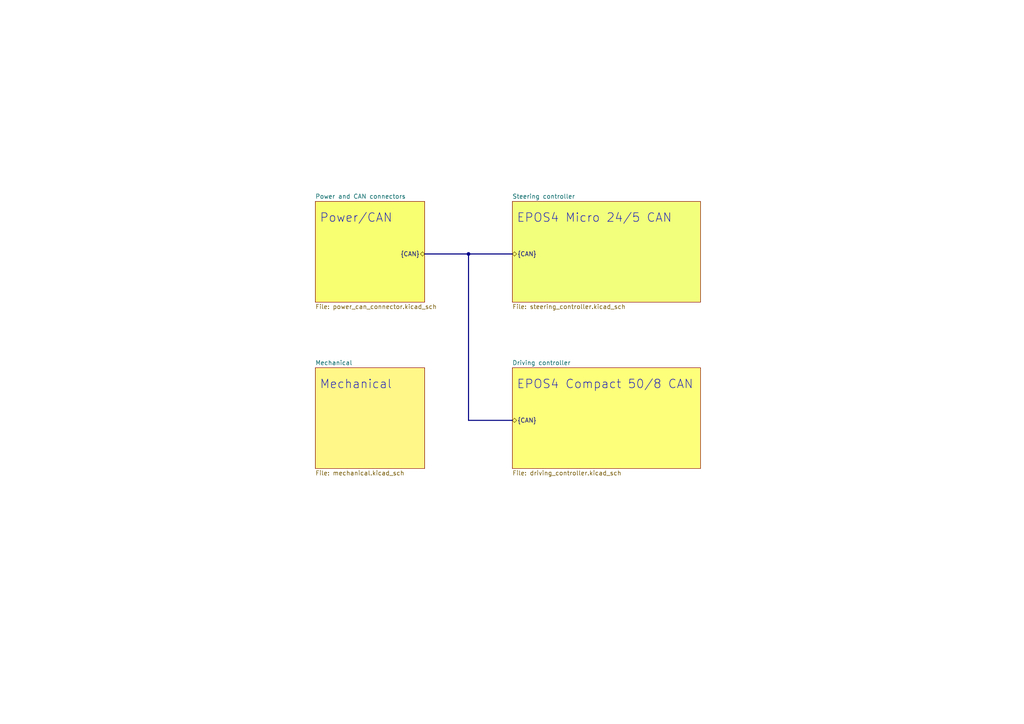
<source format=kicad_sch>
(kicad_sch (version 20230121) (generator eeschema)
  (paper "A4")
  (title_block (title "Navigation lower PCB controller") (date "2023-11-07") (rev "1") (company "Xplore") (comment 2 "Autor : Federico Bise"))
  (lib_symbols)
  (junction (at 135.89 73.66))
  (bus (pts (xy 135.89 73.66) (xy 135.89 121.92)))
  (bus (pts (xy 135.89 73.66) (xy 148.59 73.66)))
  (bus (pts (xy 135.89 121.92) (xy 148.59 121.92)))
  (bus (pts (xy 123.19 73.66) (xy 135.89 73.66)))
  (text "Power/CAN" (at 92.71 64.77 0) (effects (font (size 2.5 2.5)) (justify left bottom)))
  (text "Mechanical" (at 92.71 113.03 0) (effects (font (size 2.5 2.5)) (justify left bottom)))
  (text "EPOS4 Micro 24/5 CAN" (at 149.86 64.77 0) (effects (font (size 2.5 2.5)) (justify left bottom)))
  (text "EPOS4 Compact 50/8 CAN" (at 149.86 113.03 0) (effects (font (size 2.5 2.5)) (justify left bottom)))
  (hierarchical_label "{CAN}" (shape bidirectional) (at 148.59 73.66 0))
  (hierarchical_label "{CAN}" (shape bidirectional) (at 148.59 121.92 0))
  (hierarchical_label "{CAN}" (shape bidirectional) (at 123.19 73.66 180))
  (sheet (at 91.44 58.42) (size 31.75 29.21) (stroke (width 0.1524)) (fill (color 248 255 112 1.0000))
    (property "Sheetname" "Power and CAN connectors" (at 91.44 57.7084 0) (effects (justify left bottom)))
    (property "Sheetfile" "power_can_connector.kicad_sch" (at 91.44 88.2146 0) (effects (justify left top)))
  )
  (sheet (at 148.59 58.42) (size 54.61 29.21) (stroke (width 0.1524)) (fill (color 242 255 124 1.0000))
    (property "Sheetname" "Steering controller" (at 148.59 57.7084 0) (effects (justify left bottom)))
    (property "Sheetfile" "steering_controller.kicad_sch" (at 148.59 88.2146 0) (effects (justify left top)))
  )
  (sheet (at 148.59 106.68) (size 54.61 29.21) (stroke (width 0.1524)) (fill (color 253 255 123 1.0000))
    (property "Sheetname" "Driving controller" (at 148.59 105.9684 0) (effects (justify left bottom)))
    (property "Sheetfile" "driving_controller.kicad_sch" (at 148.59 136.4746 0) (effects (justify left top)))
  )
  (sheet (at 91.44 106.68) (size 31.75 29.21) (stroke (width 0.1524)) (fill (color 255 248 136 1.0000))
    (property "Sheetname" "Mechanical" (at 91.44 105.9684 0) (effects (justify left bottom)))
    (property "Sheetfile" "mechanical.kicad_sch" (at 91.44 136.4746 0) (effects (justify left top)))
  )
)
</source>
